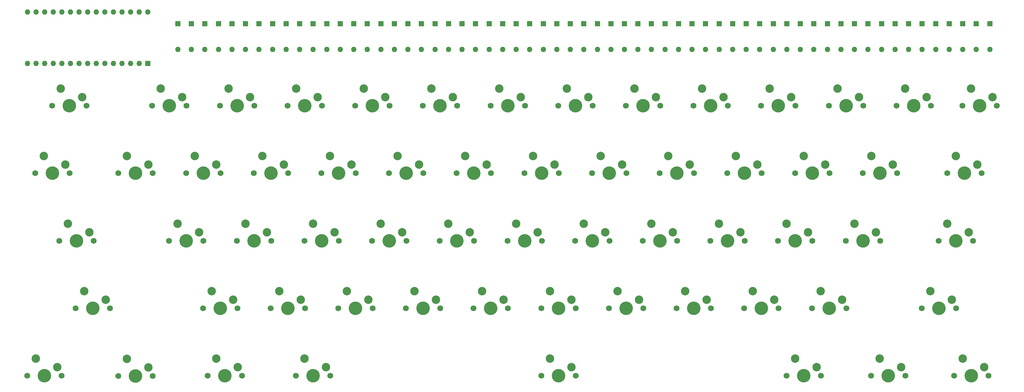
<source format=gts>
G04 #@! TF.GenerationSoftware,KiCad,Pcbnew,(6.0.7)*
G04 #@! TF.CreationDate,2022-09-06T07:39:15-07:00*
G04 #@! TF.ProjectId,60 Percent Keyboard Ardiuno Micro,36302050-6572-4636-956e-74204b657962,rev?*
G04 #@! TF.SameCoordinates,Original*
G04 #@! TF.FileFunction,Soldermask,Top*
G04 #@! TF.FilePolarity,Negative*
%FSLAX46Y46*%
G04 Gerber Fmt 4.6, Leading zero omitted, Abs format (unit mm)*
G04 Created by KiCad (PCBNEW (6.0.7)) date 2022-09-06 07:39:15*
%MOMM*%
%LPD*%
G01*
G04 APERTURE LIST*
%ADD10C,1.750000*%
%ADD11C,4.000000*%
%ADD12C,2.500000*%
%ADD13R,1.600000X1.600000*%
%ADD14O,1.600000X1.600000*%
G04 APERTURE END LIST*
D10*
X20660000Y-307710000D03*
D11*
X25740000Y-307710000D03*
D10*
X30820000Y-307710000D03*
D12*
X29550000Y-305170000D03*
X23200000Y-302630000D03*
D10*
X103480000Y-267730000D03*
D11*
X98400000Y-267730000D03*
D10*
X93320000Y-267730000D03*
D12*
X102210000Y-265190000D03*
X95860000Y-262650000D03*
D13*
X118900000Y-223420000D03*
D14*
X118900000Y-231040000D03*
D11*
X238400000Y-267730000D03*
D10*
X233320000Y-267730000D03*
X243480000Y-267730000D03*
D12*
X242210000Y-265190000D03*
X235860000Y-262650000D03*
D10*
X83480000Y-267730000D03*
X73320000Y-267730000D03*
D11*
X78400000Y-267730000D03*
D12*
X82210000Y-265190000D03*
X75860000Y-262650000D03*
D13*
X114900000Y-223420000D03*
D14*
X114900000Y-231040000D03*
D13*
X50900000Y-223420000D03*
D14*
X50900000Y-231040000D03*
D13*
X146900000Y-223420000D03*
D14*
X146900000Y-231040000D03*
D13*
X178900000Y-223420000D03*
D14*
X178900000Y-231040000D03*
D11*
X243400000Y-307730000D03*
D10*
X248480000Y-307730000D03*
X238320000Y-307730000D03*
D12*
X247210000Y-305190000D03*
X240860000Y-302650000D03*
D13*
X130900000Y-223420000D03*
D14*
X130900000Y-231040000D03*
D11*
X118400000Y-267730000D03*
D10*
X123480000Y-267730000D03*
X113320000Y-267730000D03*
D12*
X122210000Y-265190000D03*
X115860000Y-262650000D03*
D10*
X193480000Y-247730000D03*
D11*
X188400000Y-247730000D03*
D10*
X183320000Y-247730000D03*
D12*
X192210000Y-245190000D03*
X185860000Y-242650000D03*
D11*
X11490000Y-327700000D03*
D10*
X16570000Y-327700000D03*
X6410000Y-327700000D03*
D12*
X15300000Y-325160000D03*
X8950000Y-322620000D03*
D11*
X38400000Y-267730000D03*
D10*
X33320000Y-267730000D03*
X43480000Y-267730000D03*
D12*
X42210000Y-265190000D03*
X35860000Y-262650000D03*
D11*
X63400000Y-307730000D03*
D10*
X58320000Y-307730000D03*
X68480000Y-307730000D03*
D12*
X67210000Y-305190000D03*
X60860000Y-302650000D03*
D11*
X83400000Y-307730000D03*
D10*
X88480000Y-307730000D03*
X78320000Y-307730000D03*
D12*
X87210000Y-305190000D03*
X80860000Y-302650000D03*
D13*
X206900000Y-223420000D03*
D14*
X206900000Y-231040000D03*
D11*
X123400000Y-307730000D03*
D10*
X118320000Y-307730000D03*
X128480000Y-307730000D03*
D12*
X127210000Y-305190000D03*
X120860000Y-302650000D03*
D10*
X263480000Y-267730000D03*
X253320000Y-267730000D03*
D11*
X258400000Y-267730000D03*
D12*
X262210000Y-265190000D03*
X255860000Y-262650000D03*
D13*
X66900000Y-223420000D03*
D14*
X66900000Y-231040000D03*
D10*
X280980000Y-307730000D03*
X270820000Y-307730000D03*
D11*
X275900000Y-307730000D03*
D12*
X279710000Y-305190000D03*
X273360000Y-302650000D03*
D13*
X254900000Y-223420000D03*
D14*
X254900000Y-231040000D03*
D10*
X23880000Y-247710000D03*
X13720000Y-247710000D03*
D11*
X18800000Y-247710000D03*
D12*
X22610000Y-245170000D03*
X16260000Y-242630000D03*
D13*
X234900000Y-223420000D03*
D14*
X234900000Y-231040000D03*
D13*
X170900000Y-223420000D03*
D14*
X170900000Y-231040000D03*
D10*
X113480000Y-247730000D03*
X103320000Y-247730000D03*
D11*
X108400000Y-247730000D03*
D12*
X112210000Y-245190000D03*
X105860000Y-242650000D03*
D13*
X150900000Y-223420000D03*
D14*
X150900000Y-231040000D03*
D10*
X83320000Y-247730000D03*
D11*
X88400000Y-247730000D03*
D10*
X93480000Y-247730000D03*
D12*
X92210000Y-245190000D03*
X85860000Y-242650000D03*
D13*
X166900000Y-223420000D03*
D14*
X166900000Y-231040000D03*
D10*
X282820000Y-247730000D03*
D11*
X287900000Y-247730000D03*
D10*
X292980000Y-247730000D03*
D12*
X291710000Y-245190000D03*
X285360000Y-242650000D03*
D10*
X228320000Y-287730000D03*
D11*
X233400000Y-287730000D03*
D10*
X238480000Y-287730000D03*
D12*
X237210000Y-285190000D03*
X230860000Y-282650000D03*
D13*
X86900000Y-223420000D03*
D14*
X86900000Y-231040000D03*
D11*
X38350000Y-327790000D03*
D10*
X33270000Y-327790000D03*
X43430000Y-327790000D03*
D12*
X42160000Y-325250000D03*
X35810000Y-322710000D03*
D13*
X90900000Y-223420000D03*
D14*
X90900000Y-231040000D03*
D13*
X154900000Y-223420000D03*
D14*
X154900000Y-231040000D03*
D13*
X282900000Y-223420000D03*
D14*
X282900000Y-231040000D03*
D10*
X278320000Y-267730000D03*
D11*
X283400000Y-267730000D03*
D10*
X288480000Y-267730000D03*
D12*
X287210000Y-265190000D03*
X280860000Y-262650000D03*
D13*
X222900000Y-223420000D03*
D14*
X222900000Y-231040000D03*
D13*
X158900000Y-223420000D03*
D14*
X158900000Y-231040000D03*
D11*
X213400000Y-287730000D03*
D10*
X208320000Y-287730000D03*
X218480000Y-287730000D03*
D12*
X217210000Y-285190000D03*
X210860000Y-282650000D03*
D13*
X290900000Y-223420000D03*
D14*
X290900000Y-231040000D03*
D10*
X223480000Y-267730000D03*
D11*
X218400000Y-267730000D03*
D10*
X213320000Y-267730000D03*
D12*
X222210000Y-265190000D03*
X215860000Y-262650000D03*
D13*
X214900000Y-223420000D03*
D14*
X214900000Y-231040000D03*
D13*
X190900000Y-223420000D03*
D14*
X190900000Y-231040000D03*
D13*
X258900000Y-223420000D03*
D14*
X258900000Y-231040000D03*
D10*
X198480000Y-287730000D03*
X188320000Y-287730000D03*
D11*
X193400000Y-287730000D03*
D12*
X197210000Y-285190000D03*
X190860000Y-282650000D03*
D11*
X253400000Y-287730000D03*
D10*
X258480000Y-287730000D03*
X248320000Y-287730000D03*
D12*
X257210000Y-285190000D03*
X250860000Y-282650000D03*
D13*
X270900000Y-223420000D03*
D14*
X270900000Y-231040000D03*
D10*
X188480000Y-307730000D03*
X178320000Y-307730000D03*
D11*
X183400000Y-307730000D03*
D12*
X187210000Y-305190000D03*
X180860000Y-302650000D03*
D10*
X8710000Y-267710000D03*
D11*
X13790000Y-267710000D03*
D10*
X18870000Y-267710000D03*
D12*
X17600000Y-265170000D03*
X11250000Y-262630000D03*
D11*
X20900000Y-287730000D03*
D10*
X25980000Y-287730000D03*
X15820000Y-287730000D03*
D12*
X24710000Y-285190000D03*
X18360000Y-282650000D03*
D13*
X102900000Y-223420000D03*
D14*
X102900000Y-231040000D03*
D13*
X62900000Y-223420000D03*
D14*
X62900000Y-231040000D03*
D10*
X158480000Y-287730000D03*
D11*
X153400000Y-287730000D03*
D10*
X148320000Y-287730000D03*
D12*
X157210000Y-285190000D03*
X150860000Y-282650000D03*
D13*
X202900000Y-223420000D03*
D14*
X202900000Y-231040000D03*
D13*
X162900000Y-223420000D03*
D14*
X162900000Y-231040000D03*
D11*
X133400000Y-287730000D03*
D10*
X128320000Y-287730000D03*
X138480000Y-287730000D03*
D12*
X137210000Y-285190000D03*
X130860000Y-282650000D03*
D11*
X198400000Y-267730000D03*
D10*
X193320000Y-267730000D03*
X203480000Y-267730000D03*
D12*
X202210000Y-265190000D03*
X195860000Y-262650000D03*
D10*
X265980000Y-327730000D03*
X255820000Y-327730000D03*
D11*
X260900000Y-327730000D03*
D12*
X264710000Y-325190000D03*
X258360000Y-322650000D03*
D11*
X163400000Y-307730000D03*
D10*
X158320000Y-307730000D03*
X168480000Y-307730000D03*
D12*
X167210000Y-305190000D03*
X160860000Y-302650000D03*
D13*
X110900000Y-223420000D03*
D14*
X110900000Y-231040000D03*
D11*
X223400000Y-307730000D03*
D10*
X228480000Y-307730000D03*
X218320000Y-307730000D03*
D12*
X227210000Y-305190000D03*
X220860000Y-302650000D03*
D10*
X290480000Y-327730000D03*
X280320000Y-327730000D03*
D11*
X285400000Y-327730000D03*
D12*
X289210000Y-325190000D03*
X282860000Y-322650000D03*
D13*
X42050000Y-235210000D03*
D14*
X39510000Y-235210000D03*
X36970000Y-235210000D03*
X34430000Y-235210000D03*
X31890000Y-235210000D03*
X29350000Y-235210000D03*
X26810000Y-235210000D03*
X24270000Y-235210000D03*
X21730000Y-235210000D03*
X19190000Y-235210000D03*
X16650000Y-235210000D03*
X14110000Y-235210000D03*
X11570000Y-235210000D03*
X9030000Y-235210000D03*
X6490000Y-235210000D03*
X6490000Y-219970000D03*
X9030000Y-219970000D03*
X11570000Y-219970000D03*
X14110000Y-219970000D03*
X16650000Y-219970000D03*
X19190000Y-219970000D03*
X21730000Y-219970000D03*
X24270000Y-219970000D03*
X26810000Y-219970000D03*
X29350000Y-219970000D03*
X31890000Y-219970000D03*
X34430000Y-219970000D03*
X36970000Y-219970000D03*
X39510000Y-219970000D03*
X42050000Y-219970000D03*
D13*
X82900000Y-223420000D03*
D14*
X82900000Y-231040000D03*
D13*
X182900000Y-223420000D03*
D14*
X182900000Y-231040000D03*
D13*
X126900000Y-223420000D03*
D14*
X126900000Y-231040000D03*
D10*
X148480000Y-307730000D03*
D11*
X143400000Y-307730000D03*
D10*
X138320000Y-307730000D03*
D12*
X147210000Y-305190000D03*
X140860000Y-302650000D03*
D13*
X246900000Y-223420000D03*
D14*
X246900000Y-231040000D03*
D11*
X203400000Y-307730000D03*
D10*
X198320000Y-307730000D03*
X208480000Y-307730000D03*
D12*
X207210000Y-305190000D03*
X200860000Y-302650000D03*
D10*
X203320000Y-247730000D03*
D11*
X208400000Y-247730000D03*
D10*
X213480000Y-247730000D03*
D12*
X212210000Y-245190000D03*
X205860000Y-242650000D03*
D13*
X242900000Y-223420000D03*
D14*
X242900000Y-231040000D03*
D13*
X262900000Y-223420000D03*
D14*
X262900000Y-231040000D03*
D11*
X73400000Y-287730000D03*
D10*
X78480000Y-287730000D03*
X68320000Y-287730000D03*
D12*
X77210000Y-285190000D03*
X70860000Y-282650000D03*
D13*
X122900000Y-223420000D03*
D14*
X122900000Y-231040000D03*
D10*
X98320000Y-307730000D03*
X108480000Y-307730000D03*
D11*
X103400000Y-307730000D03*
D12*
X107210000Y-305190000D03*
X100860000Y-302650000D03*
D10*
X173320000Y-267730000D03*
X183480000Y-267730000D03*
D11*
X178400000Y-267730000D03*
D12*
X182210000Y-265190000D03*
X175860000Y-262650000D03*
D13*
X134900000Y-223420000D03*
D14*
X134900000Y-231040000D03*
D10*
X230820000Y-327730000D03*
D11*
X235900000Y-327730000D03*
D10*
X240980000Y-327730000D03*
D12*
X239710000Y-325190000D03*
X233360000Y-322650000D03*
D11*
X173400000Y-287730000D03*
D10*
X168320000Y-287730000D03*
X178480000Y-287730000D03*
D12*
X177210000Y-285190000D03*
X170860000Y-282650000D03*
D13*
X186900000Y-223420000D03*
D14*
X186900000Y-231040000D03*
D13*
X250900000Y-223420000D03*
D14*
X250900000Y-231040000D03*
D13*
X70900000Y-223420000D03*
D14*
X70900000Y-231040000D03*
D10*
X98480000Y-287730000D03*
X88320000Y-287730000D03*
D11*
X93400000Y-287730000D03*
D12*
X97210000Y-285190000D03*
X90860000Y-282650000D03*
D10*
X275820000Y-287730000D03*
X285980000Y-287730000D03*
D11*
X280900000Y-287730000D03*
D12*
X284710000Y-285190000D03*
X278360000Y-282650000D03*
D10*
X58480000Y-287730000D03*
X48320000Y-287730000D03*
D11*
X53400000Y-287730000D03*
D12*
X57210000Y-285190000D03*
X50860000Y-282650000D03*
D10*
X143320000Y-247730000D03*
D11*
X148400000Y-247730000D03*
D10*
X153480000Y-247730000D03*
D12*
X152210000Y-245190000D03*
X145860000Y-242650000D03*
D13*
X78900000Y-223420000D03*
D14*
X78900000Y-231040000D03*
D13*
X142900000Y-223420000D03*
D14*
X142900000Y-231040000D03*
D10*
X158320000Y-327730000D03*
X168480000Y-327730000D03*
D11*
X163400000Y-327730000D03*
D12*
X167210000Y-325190000D03*
X160860000Y-322650000D03*
D10*
X163320000Y-247730000D03*
D11*
X168400000Y-247730000D03*
D10*
X173480000Y-247730000D03*
D12*
X172210000Y-245190000D03*
X165860000Y-242650000D03*
D10*
X73480000Y-247730000D03*
X63320000Y-247730000D03*
D11*
X68400000Y-247730000D03*
D12*
X72210000Y-245190000D03*
X65860000Y-242650000D03*
D13*
X94900000Y-223420000D03*
D14*
X94900000Y-231040000D03*
D13*
X230900000Y-223420000D03*
D14*
X230900000Y-231040000D03*
D10*
X263320000Y-247730000D03*
X273480000Y-247730000D03*
D11*
X268400000Y-247730000D03*
D12*
X272210000Y-245190000D03*
X265860000Y-242650000D03*
D13*
X226900000Y-223420000D03*
D14*
X226900000Y-231040000D03*
D13*
X218900000Y-223420000D03*
D14*
X218900000Y-231040000D03*
D13*
X106900000Y-223420000D03*
D14*
X106900000Y-231040000D03*
D13*
X138900000Y-223420000D03*
D14*
X138900000Y-231040000D03*
D10*
X63480000Y-267730000D03*
D11*
X58400000Y-267730000D03*
D10*
X53320000Y-267730000D03*
D12*
X62210000Y-265190000D03*
X55860000Y-262650000D03*
D11*
X128400000Y-247730000D03*
D10*
X133480000Y-247730000D03*
X123320000Y-247730000D03*
D12*
X132210000Y-245190000D03*
X125860000Y-242650000D03*
D10*
X85820000Y-327730000D03*
D11*
X90900000Y-327730000D03*
D10*
X95980000Y-327730000D03*
D12*
X94710000Y-325190000D03*
X88360000Y-322650000D03*
D13*
X54900000Y-223420000D03*
D14*
X54900000Y-231040000D03*
D13*
X174900000Y-223420000D03*
D14*
X174900000Y-231040000D03*
D13*
X278900000Y-223420000D03*
D14*
X278900000Y-231040000D03*
D11*
X64790000Y-327750000D03*
D10*
X69870000Y-327750000D03*
X59710000Y-327750000D03*
D12*
X68600000Y-325210000D03*
X62250000Y-322670000D03*
D11*
X158400000Y-267730000D03*
D10*
X153320000Y-267730000D03*
X163480000Y-267730000D03*
D12*
X162210000Y-265190000D03*
X155860000Y-262650000D03*
D11*
X138400000Y-267730000D03*
D10*
X133320000Y-267730000D03*
X143480000Y-267730000D03*
D12*
X142210000Y-265190000D03*
X135860000Y-262650000D03*
D13*
X194900000Y-223420000D03*
D14*
X194900000Y-231040000D03*
D13*
X210900000Y-223420000D03*
D14*
X210900000Y-231040000D03*
D10*
X233480000Y-247730000D03*
D11*
X228400000Y-247730000D03*
D10*
X223320000Y-247730000D03*
D12*
X232210000Y-245190000D03*
X225860000Y-242650000D03*
D10*
X243320000Y-247730000D03*
X253480000Y-247730000D03*
D11*
X248400000Y-247730000D03*
D12*
X252210000Y-245190000D03*
X245860000Y-242650000D03*
D13*
X198900000Y-223420000D03*
D14*
X198900000Y-231040000D03*
D10*
X43320000Y-247730000D03*
X53480000Y-247730000D03*
D11*
X48400000Y-247730000D03*
D12*
X52210000Y-245190000D03*
X45860000Y-242650000D03*
D13*
X266900000Y-223420000D03*
D14*
X266900000Y-231040000D03*
D13*
X238900000Y-223420000D03*
D14*
X238900000Y-231040000D03*
D13*
X74900000Y-223420000D03*
D14*
X74900000Y-231040000D03*
D10*
X118480000Y-287730000D03*
D11*
X113400000Y-287730000D03*
D10*
X108320000Y-287730000D03*
D12*
X117210000Y-285190000D03*
X110860000Y-282650000D03*
D13*
X274900000Y-223420000D03*
D14*
X274900000Y-231040000D03*
D13*
X98900000Y-223420000D03*
D14*
X98900000Y-231040000D03*
D13*
X58900000Y-223420000D03*
D14*
X58900000Y-231040000D03*
D13*
X286900000Y-223420000D03*
D14*
X286900000Y-231040000D03*
M02*

</source>
